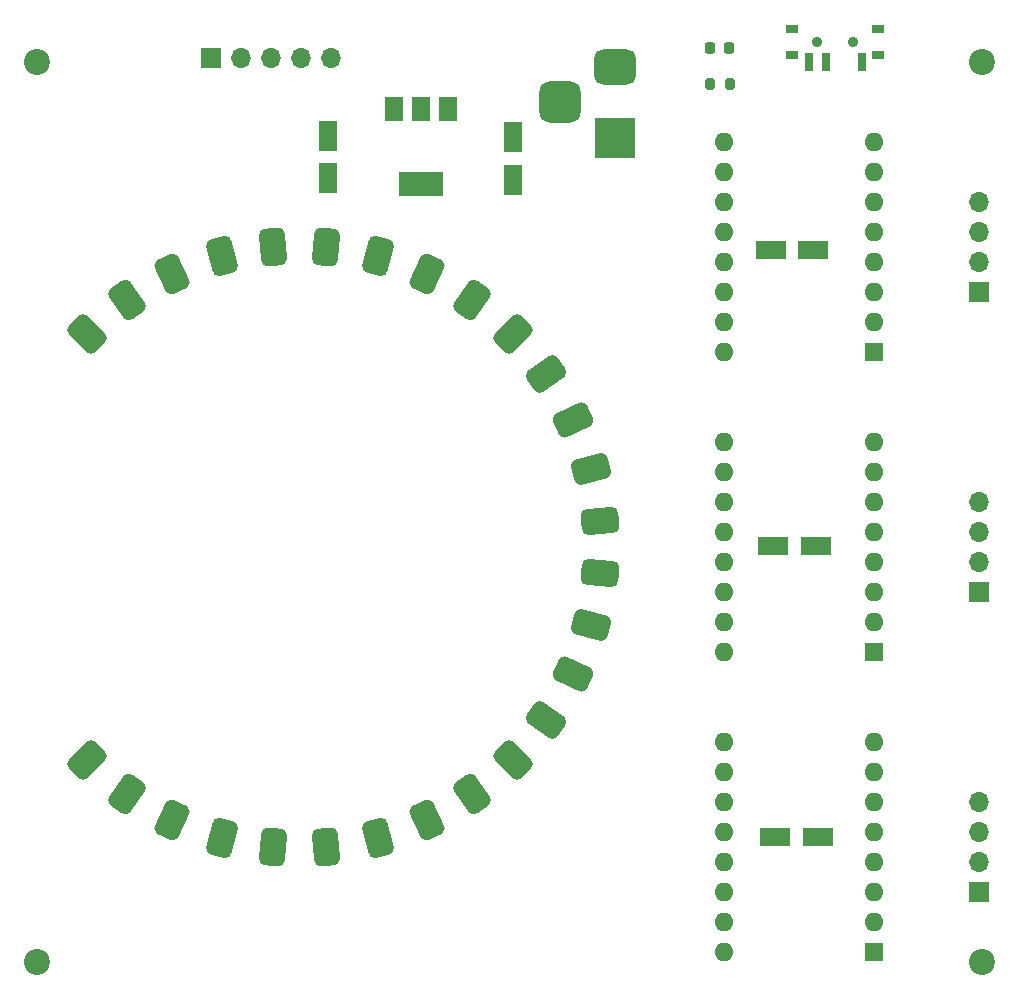
<source format=gbr>
%TF.GenerationSoftware,KiCad,Pcbnew,(6.0.9)*%
%TF.CreationDate,2023-01-29T03:00:28+01:00*%
%TF.ProjectId,Pi Pico Stepper controller,50692050-6963-46f2-9053-746570706572,0.1*%
%TF.SameCoordinates,Original*%
%TF.FileFunction,Soldermask,Top*%
%TF.FilePolarity,Negative*%
%FSLAX46Y46*%
G04 Gerber Fmt 4.6, Leading zero omitted, Abs format (unit mm)*
G04 Created by KiCad (PCBNEW (6.0.9)) date 2023-01-29 03:00:28*
%MOMM*%
%LPD*%
G01*
G04 APERTURE LIST*
G04 Aperture macros list*
%AMRoundRect*
0 Rectangle with rounded corners*
0 $1 Rounding radius*
0 $2 $3 $4 $5 $6 $7 $8 $9 X,Y pos of 4 corners*
0 Add a 4 corners polygon primitive as box body*
4,1,4,$2,$3,$4,$5,$6,$7,$8,$9,$2,$3,0*
0 Add four circle primitives for the rounded corners*
1,1,$1+$1,$2,$3*
1,1,$1+$1,$4,$5*
1,1,$1+$1,$6,$7*
1,1,$1+$1,$8,$9*
0 Add four rect primitives between the rounded corners*
20,1,$1+$1,$2,$3,$4,$5,0*
20,1,$1+$1,$4,$5,$6,$7,0*
20,1,$1+$1,$6,$7,$8,$9,0*
20,1,$1+$1,$8,$9,$2,$3,0*%
G04 Aperture macros list end*
%ADD10RoundRect,0.250000X0.550000X-1.050000X0.550000X1.050000X-0.550000X1.050000X-0.550000X-1.050000X0*%
%ADD11R,1.700000X1.700000*%
%ADD12O,1.700000X1.700000*%
%ADD13RoundRect,0.218750X0.218750X0.256250X-0.218750X0.256250X-0.218750X-0.256250X0.218750X-0.256250X0*%
%ADD14RoundRect,0.250000X1.050000X0.550000X-1.050000X0.550000X-1.050000X-0.550000X1.050000X-0.550000X0*%
%ADD15R,1.600000X1.600000*%
%ADD16O,1.600000X1.600000*%
%ADD17C,2.200000*%
%ADD18R,1.500000X2.000000*%
%ADD19R,3.800000X2.000000*%
%ADD20RoundRect,0.550000X-0.353158X-1.131494X1.131247X0.353948X0.353158X1.131494X-1.131247X-0.353948X0*%
%ADD21RoundRect,0.550000X-0.151311X-1.175630X1.052599X0.545010X0.151311X1.175630X-1.052599X-0.545010X0*%
%ADD22RoundRect,0.550000X0.055133X-1.184044X0.941967X0.719512X-0.055133X1.184044X-0.941967X-0.719512X0*%
%ADD23RoundRect,0.550000X0.259903X-1.156482X0.802715X0.872152X-0.259903X1.156482X-0.802715X-0.872152X0*%
%ADD24RoundRect,0.550000X0.456775X-1.093781X0.639072X0.998292X-0.456775X1.093781X-0.639072X-0.998292X0*%
%ADD25RoundRect,0.550000X0.639769X-0.997846X0.456012X1.094099X-0.639769X0.997846X-0.456012X-1.094099X0*%
%ADD26RoundRect,0.550000X0.803323X-0.871591X0.259095X1.156663X-0.803323X0.871591X-0.259095X-1.156663X0*%
%ADD27RoundRect,0.550000X0.942469X-0.718854X0.054307X1.184082X-0.942469X0.718854X-0.054307X-1.184082X0*%
%ADD28RoundRect,0.550000X1.052979X-0.544275X-0.152132X1.175524X-1.052979X0.544275X0.152132X-1.175524X0*%
%ADD29RoundRect,0.550000X1.131494X-0.353158X-0.353948X1.131247X-1.131494X0.353158X0.353948X-1.131247X0*%
%ADD30RoundRect,0.550000X1.175630X-0.151311X-0.545010X1.052599X-1.175630X0.151311X0.545010X-1.052599X0*%
%ADD31RoundRect,0.550000X1.184044X0.055133X-0.719512X0.941967X-1.184044X-0.055133X0.719512X-0.941967X0*%
%ADD32RoundRect,0.550000X1.156482X0.259903X-0.872152X0.802715X-1.156482X-0.259903X0.872152X-0.802715X0*%
%ADD33RoundRect,0.550000X1.093781X0.456775X-0.998292X0.639072X-1.093781X-0.456775X0.998292X-0.639072X0*%
%ADD34RoundRect,0.550000X0.997846X0.639769X-1.094099X0.456012X-0.997846X-0.639769X1.094099X-0.456012X0*%
%ADD35RoundRect,0.550000X0.871591X0.803323X-1.156663X0.259095X-0.871591X-0.803323X1.156663X-0.259095X0*%
%ADD36RoundRect,0.550000X0.718854X0.942469X-1.184082X0.054307X-0.718854X-0.942469X1.184082X-0.054307X0*%
%ADD37RoundRect,0.550000X0.544275X1.052979X-1.175524X-0.152132X-0.544275X-1.052979X1.175524X0.152132X0*%
%ADD38RoundRect,0.550000X0.353158X1.131494X-1.131247X-0.353948X-0.353158X-1.131494X1.131247X0.353948X0*%
%ADD39RoundRect,0.550000X0.151311X1.175630X-1.052599X-0.545010X-0.151311X-1.175630X1.052599X0.545010X0*%
%ADD40RoundRect,0.550000X-0.055133X1.184044X-0.941967X-0.719512X0.055133X-1.184044X0.941967X0.719512X0*%
%ADD41RoundRect,0.550000X-0.259903X1.156482X-0.802715X-0.872152X0.259903X-1.156482X0.802715X0.872152X0*%
%ADD42RoundRect,0.550000X-0.456775X1.093781X-0.639072X-0.998292X0.456775X-1.093781X0.639072X0.998292X0*%
%ADD43RoundRect,0.550000X-0.639769X0.997846X-0.456012X-1.094099X0.639769X-0.997846X0.456012X1.094099X0*%
%ADD44RoundRect,0.550000X-0.803323X0.871591X-0.259095X-1.156663X0.803323X-0.871591X0.259095X1.156663X0*%
%ADD45RoundRect,0.550000X-0.942469X0.718854X-0.054307X-1.184082X0.942469X-0.718854X0.054307X1.184082X0*%
%ADD46RoundRect,0.550000X-1.052979X0.544275X0.152132X-1.175524X1.052979X-0.544275X-0.152132X1.175524X0*%
%ADD47RoundRect,0.550000X-1.131494X0.353158X0.353948X-1.131247X1.131494X-0.353158X-0.353948X1.131247X0*%
%ADD48RoundRect,0.200000X0.200000X0.275000X-0.200000X0.275000X-0.200000X-0.275000X0.200000X-0.275000X0*%
%ADD49RoundRect,0.250000X-0.550000X1.050000X-0.550000X-1.050000X0.550000X-1.050000X0.550000X1.050000X0*%
%ADD50R,3.500000X3.500000*%
%ADD51RoundRect,0.750000X-1.000000X0.750000X-1.000000X-0.750000X1.000000X-0.750000X1.000000X0.750000X0*%
%ADD52RoundRect,0.875000X-0.875000X0.875000X-0.875000X-0.875000X0.875000X-0.875000X0.875000X0.875000X0*%
%ADD53R,1.000000X0.800000*%
%ADD54C,0.900000*%
%ADD55R,0.700000X1.500000*%
G04 APERTURE END LIST*
D10*
%TO.C,C5*%
X144399000Y-60753400D03*
X144399000Y-57153400D03*
%TD*%
D11*
%TO.C,STEPPER3*%
X183896000Y-70256400D03*
D12*
X183896000Y-67716400D03*
X183896000Y-65176400D03*
X183896000Y-62636400D03*
%TD*%
D13*
%TO.C,D1*%
X162696000Y-49606400D03*
X161121000Y-49606400D03*
%TD*%
D14*
%TO.C,C1*%
X170202000Y-116357400D03*
X166602000Y-116357400D03*
%TD*%
D15*
%TO.C,A2*%
X174996000Y-100736400D03*
D16*
X174996000Y-98196400D03*
X174996000Y-95656400D03*
X174996000Y-93116400D03*
X174996000Y-90576400D03*
X174996000Y-88036400D03*
X174996000Y-85496400D03*
X174996000Y-82956400D03*
X162296000Y-82956400D03*
X162296000Y-85496400D03*
X162296000Y-88036400D03*
X162296000Y-90576400D03*
X162296000Y-93116400D03*
X162296000Y-95656400D03*
X162296000Y-98196400D03*
X162296000Y-100736400D03*
%TD*%
D15*
%TO.C,A3*%
X174996000Y-75336400D03*
D16*
X174996000Y-72796400D03*
X174996000Y-70256400D03*
X174996000Y-67716400D03*
X174996000Y-65176400D03*
X174996000Y-62636400D03*
X174996000Y-60096400D03*
X174996000Y-57556400D03*
X162296000Y-57556400D03*
X162296000Y-60096400D03*
X162296000Y-62636400D03*
X162296000Y-65176400D03*
X162296000Y-67716400D03*
X162296000Y-70256400D03*
X162296000Y-72796400D03*
X162296000Y-75336400D03*
%TD*%
D15*
%TO.C,A1*%
X174996000Y-126136400D03*
D16*
X174996000Y-123596400D03*
X174996000Y-121056400D03*
X174996000Y-118516400D03*
X174996000Y-115976400D03*
X174996000Y-113436400D03*
X174996000Y-110896400D03*
X174996000Y-108356400D03*
X162296000Y-108356400D03*
X162296000Y-110896400D03*
X162296000Y-113436400D03*
X162296000Y-115976400D03*
X162296000Y-118516400D03*
X162296000Y-121056400D03*
X162296000Y-123596400D03*
X162296000Y-126136400D03*
%TD*%
D17*
%TO.C,H4*%
X184150000Y-127000000D03*
%TD*%
D14*
%TO.C,C2*%
X170053000Y-91719400D03*
X166453000Y-91719400D03*
%TD*%
D17*
%TO.C,H3*%
X104140000Y-127000000D03*
%TD*%
%TO.C,H1*%
X104140000Y-50800000D03*
%TD*%
D18*
%TO.C,U2*%
X138952000Y-54787400D03*
D19*
X136652000Y-61087400D03*
D18*
X136652000Y-54787400D03*
X134352000Y-54787400D03*
%TD*%
D11*
%TO.C,MISC5*%
X118872000Y-50419400D03*
D12*
X121412000Y-50419400D03*
X123952000Y-50419400D03*
X126492000Y-50419400D03*
X129032000Y-50419400D03*
%TD*%
D20*
%TO.C,U1*%
X108317000Y-109880400D03*
D21*
X111722548Y-112737994D03*
D22*
X115572575Y-114960808D03*
D23*
X119750098Y-116481302D03*
D24*
X124128186Y-117253277D03*
D25*
X128573814Y-117253277D03*
D26*
X132951902Y-116481302D03*
D27*
X137129425Y-114960808D03*
D28*
X140979452Y-112737994D03*
D29*
X144385000Y-109880400D03*
D30*
X147242594Y-106474852D03*
D31*
X149465408Y-102624825D03*
D32*
X150985902Y-98447302D03*
D33*
X151757877Y-94069214D03*
D34*
X151757877Y-89623586D03*
D35*
X150985902Y-85245498D03*
D36*
X149465408Y-81067975D03*
D37*
X147242594Y-77217948D03*
D38*
X144385000Y-73812400D03*
D39*
X140979452Y-70954806D03*
D40*
X137129425Y-68731992D03*
D41*
X132951902Y-67211498D03*
D42*
X128573814Y-66439523D03*
D43*
X124128186Y-66439523D03*
D44*
X119750098Y-67211498D03*
D45*
X115572575Y-68731992D03*
D46*
X111722548Y-70954806D03*
D47*
X108317000Y-73812400D03*
%TD*%
D17*
%TO.C,H2*%
X184150000Y-50800000D03*
%TD*%
D48*
%TO.C,R1*%
X162771000Y-52654400D03*
X161121000Y-52654400D03*
%TD*%
D49*
%TO.C,C4*%
X128778000Y-57026400D03*
X128778000Y-60626400D03*
%TD*%
D50*
%TO.C,J4*%
X153060400Y-57200800D03*
D51*
X153060400Y-51200800D03*
D52*
X148360400Y-54200800D03*
%TD*%
D53*
%TO.C,SW1*%
X175346000Y-50161400D03*
D54*
X173196000Y-49051400D03*
D53*
X175346000Y-47951400D03*
X168046000Y-50161400D03*
D54*
X170196000Y-49051400D03*
D53*
X168046000Y-47951400D03*
D55*
X173946000Y-50811400D03*
X170946000Y-50811400D03*
X169446000Y-50811400D03*
%TD*%
D11*
%TO.C,STEPPER2*%
X183871000Y-95646400D03*
D12*
X183871000Y-93106400D03*
X183871000Y-90566400D03*
X183871000Y-88026400D03*
%TD*%
D14*
%TO.C,C3*%
X169821000Y-66700400D03*
X166221000Y-66700400D03*
%TD*%
D11*
%TO.C,STEPPER1*%
X183871000Y-121046400D03*
D12*
X183871000Y-118506400D03*
X183871000Y-115966400D03*
X183871000Y-113426400D03*
%TD*%
M02*

</source>
